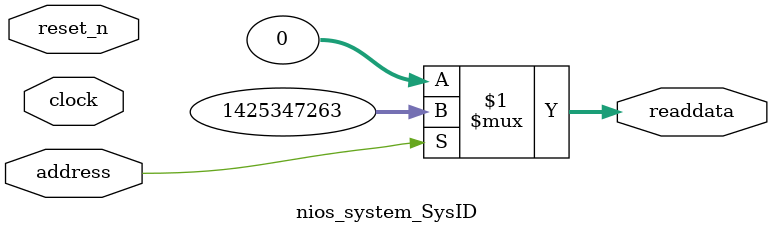
<source format=v>

`timescale 1ns / 1ps
// synthesis translate_on

// turn off superfluous verilog processor warnings 
// altera message_level Level1 
// altera message_off 10034 10035 10036 10037 10230 10240 10030 

module nios_system_SysID (
               // inputs:
                address,
                clock,
                reset_n,

               // outputs:
                readdata
             )
;

  output  [ 31: 0] readdata;
  input            address;
  input            clock;
  input            reset_n;

  wire    [ 31: 0] readdata;
  //control_slave, which is an e_avalon_slave
  assign readdata = address ? 1425347263 : 0;

endmodule




</source>
